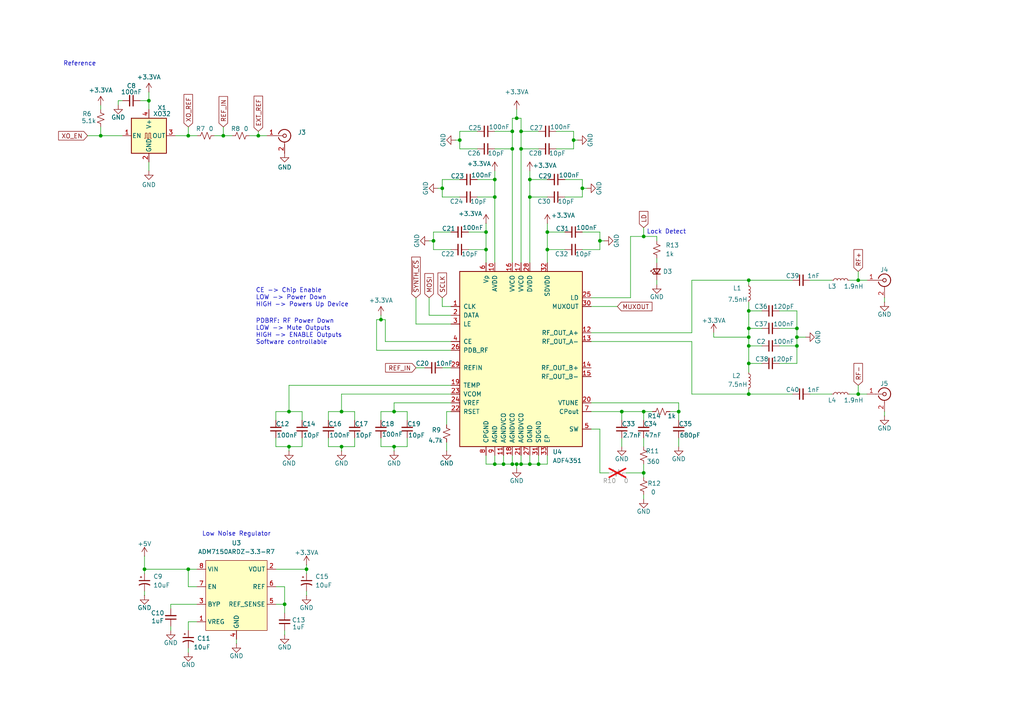
<source format=kicad_sch>
(kicad_sch (version 20231120) (generator "eeschema") (generator_version "8.0")
  (paper "A4")
  (lib_symbols
    (symbol "Connector:Conn_Coaxial" (pin_names (offset 1.016) hide)
      (property "Reference" "J" (at 0.254 3.048 0))
      (property "Value" "Conn_Coaxial" (at 2.921 0 90))
      (symbol "Conn_Coaxial_0_1"
        (arc (start -1.778 -0.508) (mid 0.2311 -1.8066) (end 1.778 0) (stroke (width 0.254)))
        (polyline (pts (xy -2.54 0) (xy -0.508 0)))
        (polyline (pts (xy 0 -2.54) (xy 0 -1.778)))
        (circle (center 0 0) (radius 0.508) (stroke (width 0.2032)))
        (arc (start 1.778 0) (mid 0.2099 1.8101) (end -1.778 0.508) (stroke (width 0.254)))
      )
      (symbol "Conn_Coaxial_1_1"
        (pin passive line (at -5.08 0 0) (length 2.54) (name "In") (number "1"))
        (pin passive line (at 0 -5.08 90) (length 2.54) (name "Ext") (number "2"))
      )
    )
    (symbol "Device:C_Polarized_Small_US" (pin_numbers hide) (pin_names (offset 0.254) hide)
      (property "Reference" "C" (at 0.254 1.778 0))
      (property "Value" "C_Polarized_Small_US" (at 0.254 -2.032 0))
      (symbol "C_Polarized_Small_US_0_1"
        (polyline (pts (xy -1.524 0.508) (xy 1.524 0.508)) (stroke (width 0.3048)))
        (polyline (pts (xy -1.27 1.524) (xy -0.762 1.524)))
        (polyline (pts (xy -1.016 1.27) (xy -1.016 1.778)))
        (arc (start 1.524 -0.762) (mid 0 -0.3734) (end -1.524 -0.762) (stroke (width 0.3048)))
      )
      (symbol "C_Polarized_Small_US_1_1"
        (pin passive line (at 0 2.54 270) (length 2.032) (name "~") (number "1"))
        (pin passive line (at 0 -2.54 90) (length 2.032) (name "~") (number "2"))
      )
    )
    (symbol "Device:C_Small" (pin_numbers hide) (pin_names (offset 0.254) hide)
      (property "Reference" "C" (at 0.254 1.778 0))
      (property "Value" "C_Small" (at 0.254 -2.032 0))
      (symbol "C_Small_0_1"
        (polyline (pts (xy -1.524 -0.508) (xy 1.524 -0.508)) (stroke (width 0.3302)))
        (polyline (pts (xy -1.524 0.508) (xy 1.524 0.508)) (stroke (width 0.3048)))
      )
      (symbol "C_Small_1_1"
        (pin passive line (at 0 2.54 270) (length 2.032) (name "~") (number "1"))
        (pin passive line (at 0 -2.54 90) (length 2.032) (name "~") (number "2"))
      )
    )
    (symbol "Device:LED_Small" (pin_numbers hide) (pin_names (offset 0.254) hide)
      (property "Reference" "D" (at -1.27 3.175 0))
      (property "Value" "LED_Small" (at -4.445 -2.54 0))
      (symbol "LED_Small_0_1"
        (polyline (pts (xy -0.762 -1.016) (xy -0.762 1.016)) (stroke (width 0.254)))
        (polyline (pts (xy 1.016 0) (xy -0.762 0)))
        (polyline (pts (xy 0.762 -1.016) (xy -0.762 0) (xy 0.762 1.016) (xy 0.762 -1.016)) (stroke (width 0.254)))
        (polyline (pts (xy 0 0.762) (xy -0.508 1.27) (xy -0.254 1.27) (xy -0.508 1.27) (xy -0.508 1.016)))
        (polyline (pts (xy 0.508 1.27) (xy 0 1.778) (xy 0.254 1.778) (xy 0 1.778) (xy 0 1.524)))
      )
      (symbol "LED_Small_1_1"
        (pin passive line (at -2.54 0 0) (length 1.778) (name "K") (number "1"))
        (pin passive line (at 2.54 0 180) (length 1.778) (name "A") (number "2"))
      )
    )
    (symbol "Device:L_Small" (pin_numbers hide) (pin_names (offset 0.254) hide)
      (property "Reference" "L" (at 0.762 1.016 0))
      (property "Value" "L_Small" (at 0.762 -1.016 0))
      (symbol "L_Small_0_1"
        (arc (start 0 -2.032) (mid 0.5058 -1.524) (end 0 -1.016))
        (arc (start 0 -1.016) (mid 0.5058 -0.508) (end 0 0))
        (arc (start 0 0) (mid 0.5058 0.508) (end 0 1.016))
        (arc (start 0 1.016) (mid 0.5058 1.524) (end 0 2.032))
      )
      (symbol "L_Small_1_1"
        (pin passive line (at 0 2.54 270) (length 0.508) (name "~") (number "1"))
        (pin passive line (at 0 -2.54 90) (length 0.508) (name "~") (number "2"))
      )
    )
    (symbol "Device:R_Small_US" (pin_numbers hide) (pin_names (offset 0.254) hide)
      (property "Reference" "R" (at 0.762 0.508 0))
      (property "Value" "R_Small_US" (at 0.762 -1.016 0))
      (symbol "R_Small_US_1_1"
        (polyline (pts (xy 0 0) (xy 1.016 -0.381) (xy 0 -0.762) (xy -1.016 -1.143) (xy 0 -1.524)))
        (polyline (pts (xy 0 1.524) (xy 1.016 1.143) (xy 0 0.762) (xy -1.016 0.381) (xy 0 0)))
        (pin passive line (at 0 2.54 270) (length 1.016) (name "~") (number "1"))
        (pin passive line (at 0 -2.54 90) (length 1.016) (name "~") (number "2"))
      )
    )
    (symbol "Oscillator:XO32" (pin_names (offset 0.254))
      (property "Reference" "X" (at -5.08 6.35 0))
      (property "Value" "XO32" (at 1.27 -6.35 0))
      (symbol "XO32_0_1"
        (rectangle (start -5.08 5.08) (end 5.08 -5.08) (stroke (width 0.254)) (fill (type background)))
        (polyline (pts (xy -1.27 -0.762) (xy -1.016 -0.762) (xy -1.016 0.762) (xy -0.508 0.762) (xy -0.508 -0.762) (xy 0 -0.762) (xy 0 0.762) (xy 0.508 0.762) (xy 0.508 -0.762) (xy 0.762 -0.762)))
      )
      (symbol "XO32_1_1"
        (pin input line (at -7.62 0 0) (length 2.54) (name "EN") (number "1"))
        (pin power_in line (at 0 -7.62 90) (length 2.54) (name "GND") (number "2"))
        (pin output line (at 7.62 0 180) (length 2.54) (name "OUT") (number "3"))
        (pin power_in line (at 0 7.62 270) (length 2.54) (name "V+") (number "4"))
      )
    )
    (symbol "Timer_PLL:ADF4351" (pin_names (offset 1.016))
      (property "Reference" "U" (at 0 1.27 0))
      (property "Value" "ADF4351" (at 0 -1.27 0))
      (symbol "ADF4351_0_1"
        (rectangle (start 17.78 25.4) (end -17.78 -25.4) (stroke (width 0.254)) (fill (type background)))
      )
      (symbol "ADF4351_1_1"
        (pin input line (at -20.32 15.24 0) (length 2.54) (name "CLK") (number "1"))
        (pin power_in line (at -7.62 27.94 270) (length 2.54) (name "AVDD") (number "10"))
        (pin power_in line (at -5.08 -27.94 90) (length 2.54) (name "AGNDVCO") (number "11"))
        (pin output line (at 20.32 7.62 180) (length 2.54) (name "RF_OUT_A+") (number "12"))
        (pin output line (at 20.32 5.08 180) (length 2.54) (name "RF_OUT_A-") (number "13"))
        (pin output line (at 20.32 -2.54 180) (length 2.54) (name "RF_OUT_B+") (number "14"))
        (pin output line (at 20.32 -5.08 180) (length 2.54) (name "RF_OUT_B-") (number "15"))
        (pin power_in line (at -2.54 27.94 270) (length 2.54) (name "VVCO") (number "16"))
        (pin power_in line (at 0 27.94 270) (length 2.54) (name "VVCO") (number "17"))
        (pin power_in line (at -2.54 -27.94 90) (length 2.54) (name "AGNDVCO") (number "18"))
        (pin input line (at -20.32 -7.62 0) (length 2.54) (name "TEMP") (number "19"))
        (pin input line (at -20.32 12.7 0) (length 2.54) (name "DATA") (number "2"))
        (pin input line (at 20.32 -12.7 180) (length 2.54) (name "VTUNE") (number "20"))
        (pin power_in line (at 0 -27.94 90) (length 2.54) (name "AGNDVCO") (number "21"))
        (pin input line (at -20.32 -15.24 0) (length 2.54) (name "RSET") (number "22"))
        (pin input line (at -20.32 -10.16 0) (length 2.54) (name "VCOM") (number "23"))
        (pin input line (at -20.32 -12.7 0) (length 2.54) (name "VREF") (number "24"))
        (pin input line (at 20.32 17.78 180) (length 2.54) (name "LD") (number "25"))
        (pin input line (at -20.32 2.54 0) (length 2.54) (name "PDB_RF") (number "26"))
        (pin power_in line (at 2.54 -27.94 90) (length 2.54) (name "DGND") (number "27"))
        (pin power_in line (at 2.54 27.94 270) (length 2.54) (name "DVDD") (number "28"))
        (pin input line (at -20.32 -2.54 0) (length 2.54) (name "REFIN") (number "29"))
        (pin input line (at -20.32 10.16 0) (length 2.54) (name "LE") (number "3"))
        (pin output line (at 20.32 15.24 180) (length 2.54) (name "MUXOUT") (number "30"))
        (pin power_in line (at 5.08 -27.94 90) (length 2.54) (name "SDGND") (number "31"))
        (pin power_in line (at 7.62 27.94 270) (length 2.54) (name "SDVDD") (number "32"))
        (pin power_in line (at 7.62 -27.94 90) (length 2.54) (name "EP") (number "33"))
        (pin input line (at -20.32 5.08 0) (length 2.54) (name "CE") (number "4"))
        (pin input line (at 20.32 -20.32 180) (length 2.54) (name "SW") (number "5"))
        (pin power_in line (at -10.16 27.94 270) (length 2.54) (name "Vp") (number "6"))
        (pin input line (at 20.32 -15.24 180) (length 2.54) (name "CPout") (number "7"))
        (pin power_in line (at -10.16 -27.94 90) (length 2.54) (name "CPGND") (number "8"))
        (pin power_in line (at -7.62 -27.94 90) (length 2.54) (name "AGND") (number "9"))
      )
    )
    (symbol "_tim-DC_DC:ADM7150ARDZ-3.3-R7"
      (property "Reference" "U" (at -5.08 11.43 0))
      (property "Value" "ADM7150ARDZ-3.3-R7" (at 9.652 11.938 0))
      (symbol "ADM7150ARDZ-3.3-R7_0_1"
        (rectangle (start -8.89 10.16) (end 8.89 -10.16) (fill (type background)))
      )
      (symbol "ADM7150ARDZ-3.3-R7_1_1"
        (pin output line (at -11.43 -7.62 0) (length 2.54) (name "VREG") (number "1"))
        (pin output line (at 11.43 7.62 180) (length 2.54) (name "VOUT") (number "2"))
        (pin output line (at -11.43 -2.54 0) (length 2.54) (name "BYP") (number "3"))
        (pin output line (at 0 -12.7 90) (length 2.54) (name "GND") (number "4"))
        (pin output line (at 11.43 -2.54 180) (length 2.54) (name "REF_SENSE") (number "5"))
        (pin output line (at 11.43 2.54 180) (length 2.54) (name "REF") (number "6"))
        (pin output line (at -11.43 2.54 0) (length 2.54) (name "EN") (number "7"))
        (pin output line (at -11.43 7.62 0) (length 2.54) (name "VIN") (number "8"))
        (pin output line (at 0 -12.7 90) (length 2.54) hide (name "EP") (number "9"))
      )
    )
    (symbol "power:+3.3VA" (power) (pin_numbers hide) (pin_names (offset 0) hide)
      (property "Value" "+3.3VA" (at 0 3.556 0))
      (symbol "+3.3VA_0_1"
        (polyline (pts (xy -0.762 1.27) (xy 0 2.54)))
        (polyline (pts (xy 0 0) (xy 0 2.54)))
        (polyline (pts (xy 0 2.54) (xy 0.762 1.27)))
      )
      (symbol "+3.3VA_1_1"
        (pin power_in line (at 0 0 90) (length 0) (name "~") (number "1"))
      )
    )
    (symbol "power:+5V" (power) (pin_numbers hide) (pin_names (offset 0) hide)
      (property "Value" "+5V" (at 0 3.556 0))
      (symbol "+5V_0_1"
        (polyline (pts (xy -0.762 1.27) (xy 0 2.54)))
        (polyline (pts (xy 0 0) (xy 0 2.54)))
        (polyline (pts (xy 0 2.54) (xy 0.762 1.27)))
      )
      (symbol "+5V_1_1"
        (pin power_in line (at 0 0 90) (length 0) (name "~") (number "1"))
      )
    )
    (symbol "power:GND" (power) (pin_numbers hide) (pin_names (offset 0) hide)
      (property "Value" "GND" (at 0 -3.81 0))
      (symbol "GND_0_1"
        (polyline (pts (xy 0 0) (xy 0 -1.27) (xy 1.27 -1.27) (xy 0 -2.54) (xy -1.27 -1.27) (xy 0 -1.27)))
      )
      (symbol "GND_1_1"
        (pin power_in line (at 0 0 270) (length 0) (name "~") (number "1"))
      )
    )
  )
  (junction (at 156.21 134.62))
  (junction (at 149.86 34.29))
  (junction (at 186.69 137.16))
  (junction (at 140.97 72.39))
  (junction (at 151.13 134.62))
  (junction (at 148.59 43.18))
  (junction (at 83.82 119.38))
  (junction (at 217.17 95.25))
  (junction (at 54.61 39.37))
  (junction (at 180.34 119.38))
  (junction (at 54.61 165.1))
  (junction (at 248.92 81.28))
  (junction (at 29.21 39.37))
  (junction (at 166.37 40.64))
  (junction (at 217.17 81.28))
  (junction (at 153.67 57.15))
  (junction (at 143.51 57.15))
  (junction (at 140.97 67.31))
  (junction (at 82.55 175.26))
  (junction (at 153.67 134.62))
  (junction (at 64.77 39.37))
  (junction (at 231.14 97.79))
  (junction (at 146.05 134.62))
  (junction (at 248.92 114.3))
  (junction (at 217.17 100.33))
  (junction (at 149.86 134.62))
  (junction (at 88.9 165.1))
  (junction (at 231.14 95.25))
  (junction (at 114.3 119.38))
  (junction (at 125.73 69.85))
  (junction (at 99.06 129.54))
  (junction (at 114.3 129.54))
  (junction (at 43.18 29.21))
  (junction (at 110.49 92.71))
  (junction (at 151.13 43.18))
  (junction (at 196.85 119.38))
  (junction (at 168.91 54.61))
  (junction (at 186.69 68.58))
  (junction (at 186.69 119.38))
  (junction (at 158.75 72.39))
  (junction (at 128.27 54.61))
  (junction (at 133.35 40.64))
  (junction (at 217.17 90.17))
  (junction (at 143.51 52.07))
  (junction (at 148.59 134.62))
  (junction (at 217.17 97.79))
  (junction (at 217.17 105.41))
  (junction (at 74.93 39.37))
  (junction (at 41.91 165.1))
  (junction (at 153.67 52.07))
  (junction (at 83.82 129.54))
  (junction (at 231.14 100.33))
  (junction (at 148.59 38.1))
  (junction (at 158.75 67.31))
  (junction (at 173.99 69.85))
  (junction (at 151.13 38.1))
  (junction (at 99.06 119.38))
  (junction (at 143.51 134.62))
  (junction (at 217.17 114.3))
  (wire (pts (xy 111.76 99.06) (xy 130.81 99.06)))
  (wire (pts (xy 256.54 119.38) (xy 256.54 120.65)))
  (wire (pts (xy 114.3 119.38) (xy 114.3 116.84)))
  (wire (pts (xy 83.82 119.38) (xy 87.63 119.38)))
  (wire (pts (xy 120.65 93.98) (xy 120.65 86.36)))
  (wire (pts (xy 231.14 90.17) (xy 226.06 90.17)))
  (wire (pts (xy 49.53 181.61) (xy 49.53 182.88)))
  (wire (pts (xy 156.21 43.18) (xy 151.13 43.18)))
  (wire (pts (xy 200.66 114.3) (xy 217.17 114.3)))
  (wire (pts (xy 88.9 163.83) (xy 88.9 165.1)))
  (wire (pts (xy 248.92 111.76) (xy 248.92 114.3)))
  (wire (pts (xy 146.05 134.62) (xy 148.59 134.62)))
  (wire (pts (xy 217.17 82.55) (xy 217.17 81.28)))
  (wire (pts (xy 231.14 95.25) (xy 231.14 97.79)))
  (wire (pts (xy 182.88 68.58) (xy 182.88 86.36)))
  (wire (pts (xy 41.91 165.1) (xy 41.91 166.37)))
  (wire (pts (xy 128.27 52.07) (xy 128.27 54.61)))
  (wire (pts (xy 149.86 34.29) (xy 149.86 31.75)))
  (wire (pts (xy 153.67 52.07) (xy 153.67 57.15)))
  (wire (pts (xy 190.5 69.85) (xy 190.5 68.58)))
  (wire (pts (xy 74.93 38.1) (xy 74.93 39.37)))
  (wire (pts (xy 182.88 86.36) (xy 171.45 86.36)))
  (wire (pts (xy 133.35 38.1) (xy 138.43 38.1)))
  (wire (pts (xy 88.9 171.45) (xy 88.9 172.72)))
  (wire (pts (xy 158.75 72.39) (xy 158.75 76.2)))
  (wire (pts (xy 129.54 128.27) (xy 129.54 130.81)))
  (wire (pts (xy 186.69 127) (xy 186.69 129.54)))
  (wire (pts (xy 200.66 99.06) (xy 200.66 114.3)))
  (wire (pts (xy 49.53 175.26) (xy 57.15 175.26)))
  (wire (pts (xy 151.13 132.08) (xy 151.13 134.62)))
  (wire (pts (xy 181.61 137.16) (xy 186.69 137.16)))
  (wire (pts (xy 226.06 95.25) (xy 231.14 95.25)))
  (wire (pts (xy 153.67 132.08) (xy 153.67 134.62)))
  (wire (pts (xy 148.59 134.62) (xy 149.86 134.62)))
  (wire (pts (xy 186.69 134.62) (xy 186.69 137.16)))
  (wire (pts (xy 173.99 72.39) (xy 173.99 69.85)))
  (wire (pts (xy 49.53 176.53) (xy 49.53 175.26)))
  (wire (pts (xy 166.37 43.18) (xy 161.29 43.18)))
  (wire (pts (xy 43.18 46.99) (xy 43.18 49.53)))
  (wire (pts (xy 54.61 187.96) (xy 54.61 189.23)))
  (wire (pts (xy 217.17 107.95) (xy 217.17 105.41)))
  (wire (pts (xy 194.31 119.38) (xy 196.85 119.38)))
  (wire (pts (xy 128.27 52.07) (xy 133.35 52.07)))
  (wire (pts (xy 110.49 121.92) (xy 110.49 119.38)))
  (wire (pts (xy 109.22 101.6) (xy 130.81 101.6)))
  (wire (pts (xy 95.25 127) (xy 95.25 129.54)))
  (wire (pts (xy 130.81 88.9) (xy 128.27 88.9)))
  (wire (pts (xy 125.73 72.39) (xy 125.73 69.85)))
  (wire (pts (xy 143.51 134.62) (xy 146.05 134.62)))
  (wire (pts (xy 246.38 114.3) (xy 248.92 114.3)))
  (wire (pts (xy 168.91 52.07) (xy 163.83 52.07)))
  (wire (pts (xy 168.91 57.15) (xy 163.83 57.15)))
  (wire (pts (xy 25.4 39.37) (xy 29.21 39.37)))
  (wire (pts (xy 151.13 34.29) (xy 149.86 34.29)))
  (wire (pts (xy 118.11 121.92) (xy 118.11 119.38)))
  (wire (pts (xy 140.97 132.08) (xy 140.97 134.62)))
  (wire (pts (xy 80.01 127) (xy 80.01 129.54)))
  (wire (pts (xy 124.46 91.44) (xy 124.46 86.36)))
  (wire (pts (xy 82.55 184.15) (xy 82.55 182.88)))
  (wire (pts (xy 124.46 69.85) (xy 125.73 69.85)))
  (wire (pts (xy 186.69 119.38) (xy 186.69 121.92)))
  (wire (pts (xy 110.49 127) (xy 110.49 129.54)))
  (wire (pts (xy 118.11 127) (xy 118.11 129.54)))
  (wire (pts (xy 82.55 175.26) (xy 80.01 175.26)))
  (wire (pts (xy 217.17 100.33) (xy 220.98 100.33)))
  (wire (pts (xy 95.25 119.38) (xy 99.06 119.38)))
  (wire (pts (xy 158.75 57.15) (xy 153.67 57.15)))
  (wire (pts (xy 88.9 165.1) (xy 80.01 165.1)))
  (wire (pts (xy 217.17 114.3) (xy 229.87 114.3)))
  (wire (pts (xy 196.85 119.38) (xy 196.85 121.92)))
  (wire (pts (xy 186.69 137.16) (xy 186.69 138.43)))
  (wire (pts (xy 143.51 49.53) (xy 143.51 52.07)))
  (wire (pts (xy 186.69 66.04) (xy 186.69 68.58)))
  (wire (pts (xy 110.49 119.38) (xy 114.3 119.38)))
  (wire (pts (xy 34.29 29.21) (xy 35.56 29.21)))
  (wire (pts (xy 87.63 127) (xy 87.63 129.54)))
  (wire (pts (xy 173.99 67.31) (xy 168.91 67.31)))
  (wire (pts (xy 125.73 67.31) (xy 130.81 67.31)))
  (wire (pts (xy 167.64 40.64) (xy 166.37 40.64)))
  (wire (pts (xy 166.37 38.1) (xy 161.29 38.1)))
  (wire (pts (xy 99.06 129.54) (xy 99.06 130.81)))
  (wire (pts (xy 171.45 119.38) (xy 180.34 119.38)))
  (wire (pts (xy 256.54 86.36) (xy 256.54 87.63)))
  (wire (pts (xy 168.91 57.15) (xy 168.91 54.61)))
  (wire (pts (xy 95.25 129.54) (xy 99.06 129.54)))
  (wire (pts (xy 83.82 111.76) (xy 83.82 119.38)))
  (wire (pts (xy 182.88 68.58) (xy 186.69 68.58)))
  (wire (pts (xy 148.59 132.08) (xy 148.59 134.62)))
  (wire (pts (xy 83.82 111.76) (xy 130.81 111.76)))
  (wire (pts (xy 88.9 166.37) (xy 88.9 165.1)))
  (wire (pts (xy 148.59 34.29) (xy 149.86 34.29)))
  (wire (pts (xy 140.97 72.39) (xy 140.97 76.2)))
  (wire (pts (xy 226.06 100.33) (xy 231.14 100.33)))
  (wire (pts (xy 231.14 97.79) (xy 233.68 97.79)))
  (wire (pts (xy 99.06 119.38) (xy 102.87 119.38)))
  (wire (pts (xy 110.49 91.44) (xy 110.49 92.71)))
  (wire (pts (xy 171.45 88.9) (xy 179.07 88.9)))
  (wire (pts (xy 217.17 95.25) (xy 217.17 97.79)))
  (wire (pts (xy 133.35 38.1) (xy 133.35 40.64)))
  (wire (pts (xy 95.25 121.92) (xy 95.25 119.38)))
  (wire (pts (xy 128.27 106.68) (xy 130.81 106.68)))
  (wire (pts (xy 217.17 90.17) (xy 217.17 95.25)))
  (wire (pts (xy 29.21 39.37) (xy 35.56 39.37)))
  (wire (pts (xy 54.61 39.37) (xy 57.15 39.37)))
  (wire (pts (xy 127 54.61) (xy 128.27 54.61)))
  (wire (pts (xy 114.3 119.38) (xy 118.11 119.38)))
  (wire (pts (xy 207.01 97.79) (xy 217.17 97.79)))
  (wire (pts (xy 158.75 64.77) (xy 158.75 67.31)))
  (wire (pts (xy 43.18 29.21) (xy 43.18 31.75)))
  (wire (pts (xy 180.34 119.38) (xy 180.34 121.92)))
  (wire (pts (xy 158.75 67.31) (xy 158.75 72.39)))
  (wire (pts (xy 80.01 121.92) (xy 80.01 119.38)))
  (wire (pts (xy 29.21 30.48) (xy 29.21 31.75)))
  (wire (pts (xy 64.77 39.37) (xy 67.31 39.37)))
  (wire (pts (xy 64.77 36.83) (xy 64.77 39.37)))
  (wire (pts (xy 151.13 134.62) (xy 153.67 134.62)))
  (wire (pts (xy 146.05 132.08) (xy 146.05 134.62)))
  (wire (pts (xy 99.06 114.3) (xy 130.81 114.3)))
  (wire (pts (xy 168.91 52.07) (xy 168.91 54.61)))
  (wire (pts (xy 234.95 81.28) (xy 241.3 81.28)))
  (wire (pts (xy 133.35 43.18) (xy 138.43 43.18)))
  (wire (pts (xy 153.67 52.07) (xy 158.75 52.07)))
  (wire (pts (xy 170.18 54.61) (xy 168.91 54.61)))
  (wire (pts (xy 200.66 81.28) (xy 200.66 96.52)))
  (wire (pts (xy 111.76 92.71) (xy 111.76 99.06)))
  (wire (pts (xy 151.13 43.18) (xy 151.13 76.2)))
  (wire (pts (xy 231.14 105.41) (xy 231.14 100.33)))
  (wire (pts (xy 248.92 114.3) (xy 251.46 114.3)))
  (wire (pts (xy 151.13 38.1) (xy 156.21 38.1)))
  (wire (pts (xy 130.81 91.44) (xy 124.46 91.44)))
  (wire (pts (xy 82.55 170.18) (xy 82.55 175.26)))
  (wire (pts (xy 54.61 180.34) (xy 57.15 180.34)))
  (wire (pts (xy 156.21 132.08) (xy 156.21 134.62)))
  (wire (pts (xy 226.06 105.41) (xy 231.14 105.41)))
  (wire (pts (xy 151.13 34.29) (xy 151.13 38.1)))
  (wire (pts (xy 64.77 39.37) (xy 62.23 39.37)))
  (wire (pts (xy 54.61 36.83) (xy 54.61 39.37)))
  (wire (pts (xy 138.43 52.07) (xy 143.51 52.07)))
  (wire (pts (xy 129.54 119.38) (xy 129.54 123.19)))
  (wire (pts (xy 114.3 116.84) (xy 130.81 116.84)))
  (wire (pts (xy 186.69 68.58) (xy 190.5 68.58)))
  (wire (pts (xy 217.17 100.33) (xy 217.17 105.41)))
  (wire (pts (xy 114.3 129.54) (xy 118.11 129.54)))
  (wire (pts (xy 156.21 134.62) (xy 158.75 134.62)))
  (wire (pts (xy 143.51 38.1) (xy 148.59 38.1)))
  (wire (pts (xy 133.35 43.18) (xy 133.35 40.64)))
  (wire (pts (xy 175.26 69.85) (xy 173.99 69.85)))
  (wire (pts (xy 41.91 161.29) (xy 41.91 165.1)))
  (wire (pts (xy 128.27 57.15) (xy 128.27 54.61)))
  (wire (pts (xy 102.87 127) (xy 102.87 129.54)))
  (wire (pts (xy 83.82 129.54) (xy 83.82 130.81)))
  (wire (pts (xy 163.83 72.39) (xy 158.75 72.39)))
  (wire (pts (xy 151.13 38.1) (xy 151.13 43.18)))
  (wire (pts (xy 166.37 38.1) (xy 166.37 40.64)))
  (wire (pts (xy 140.97 67.31) (xy 140.97 72.39)))
  (wire (pts (xy 54.61 170.18) (xy 54.61 165.1)))
  (wire (pts (xy 149.86 134.62) (xy 149.86 135.89)))
  (wire (pts (xy 129.54 119.38) (xy 130.81 119.38)))
  (wire (pts (xy 99.06 114.3) (xy 99.06 119.38)))
  (wire (pts (xy 200.66 96.52) (xy 171.45 96.52)))
  (wire (pts (xy 231.14 90.17) (xy 231.14 95.25)))
  (wire (pts (xy 158.75 134.62) (xy 158.75 132.08)))
  (wire (pts (xy 148.59 43.18) (xy 143.51 43.18)))
  (wire (pts (xy 190.5 74.93) (xy 190.5 76.2)))
  (wire (pts (xy 143.51 57.15) (xy 143.51 76.2)))
  (wire (pts (xy 148.59 43.18) (xy 148.59 76.2)))
  (wire (pts (xy 143.51 57.15) (xy 138.43 57.15)))
  (wire (pts (xy 83.82 129.54) (xy 87.63 129.54)))
  (wire (pts (xy 29.21 36.83) (xy 29.21 39.37)))
  (wire (pts (xy 87.63 121.92) (xy 87.63 119.38)))
  (wire (pts (xy 40.64 29.21) (xy 43.18 29.21)))
  (wire (pts (xy 217.17 90.17) (xy 220.98 90.17)))
  (wire (pts (xy 217.17 97.79) (xy 217.17 100.33)))
  (wire (pts (xy 166.37 43.18) (xy 166.37 40.64)))
  (wire (pts (xy 120.65 93.98) (xy 130.81 93.98)))
  (wire (pts (xy 186.69 144.78) (xy 186.69 143.51)))
  (wire (pts (xy 153.67 49.53) (xy 153.67 52.07)))
  (wire (pts (xy 248.92 81.28) (xy 246.38 81.28)))
  (wire (pts (xy 110.49 129.54) (xy 114.3 129.54)))
  (wire (pts (xy 132.08 40.64) (xy 133.35 40.64)))
  (wire (pts (xy 153.67 134.62) (xy 156.21 134.62)))
  (wire (pts (xy 196.85 116.84) (xy 196.85 119.38)))
  (wire (pts (xy 217.17 87.63) (xy 217.17 90.17)))
  (wire (pts (xy 180.34 119.38) (xy 186.69 119.38)))
  (wire (pts (xy 196.85 127) (xy 196.85 129.54)))
  (wire (pts (xy 158.75 67.31) (xy 163.83 67.31)))
  (wire (pts (xy 57.15 170.18) (xy 54.61 170.18)))
  (wire (pts (xy 149.86 134.62) (xy 151.13 134.62)))
  (wire (pts (xy 140.97 134.62) (xy 143.51 134.62)))
  (wire (pts (xy 173.99 124.46) (xy 173.99 137.16)))
  (wire (pts (xy 102.87 121.92) (xy 102.87 119.38)))
  (wire (pts (xy 80.01 119.38) (xy 83.82 119.38)))
  (wire (pts (xy 128.27 88.9) (xy 128.27 86.36)))
  (wire (pts (xy 114.3 129.54) (xy 114.3 130.81)))
  (wire (pts (xy 217.17 105.41) (xy 220.98 105.41)))
  (wire (pts (xy 248.92 81.28) (xy 251.46 81.28)))
  (wire (pts (xy 153.67 57.15) (xy 153.67 76.2)))
  (wire (pts (xy 125.73 72.39) (xy 130.81 72.39)))
  (wire (pts (xy 128.27 57.15) (xy 133.35 57.15)))
  (wire (pts (xy 34.29 30.48) (xy 34.29 29.21)))
  (wire (pts (xy 80.01 170.18) (xy 82.55 170.18)))
  (wire (pts (xy 54.61 165.1) (xy 57.15 165.1)))
  (wire (pts (xy 43.18 26.67) (xy 43.18 29.21)))
  (wire (pts (xy 68.58 185.42) (xy 68.58 186.69)))
  (wire (pts (xy 234.95 114.3) (xy 241.3 114.3)))
  (wire (pts (xy 140.97 72.39) (xy 135.89 72.39)))
  (wire (pts (xy 80.01 129.54) (xy 83.82 129.54)))
  (wire (pts (xy 173.99 67.31) (xy 173.99 69.85)))
  (wire (pts (xy 217.17 81.28) (xy 229.87 81.28)))
  (wire (pts (xy 109.22 92.71) (xy 110.49 92.71)))
  (wire (pts (xy 231.14 97.79) (xy 231.14 100.33)))
  (wire (pts (xy 54.61 182.88) (xy 54.61 180.34)))
  (wire (pts (xy 143.51 52.07) (xy 143.51 57.15)))
  (wire (pts (xy 72.39 39.37) (xy 74.93 39.37)))
  (wire (pts (xy 173.99 137.16) (xy 176.53 137.16)))
  (wire (pts (xy 125.73 67.31) (xy 125.73 69.85)))
  (wire (pts (xy 200.66 81.28) (xy 217.17 81.28)))
  (wire (pts (xy 140.97 64.77) (xy 140.97 67.31)))
  (wire (pts (xy 217.17 113.03) (xy 217.17 114.3)))
  (wire (pts (xy 180.34 127) (xy 180.34 129.54)))
  (wire (pts (xy 173.99 72.39) (xy 168.91 72.39)))
  (wire (pts (xy 171.45 116.84) (xy 196.85 116.84)))
  (wire (pts (xy 173.99 124.46) (xy 171.45 124.46)))
  (wire (pts (xy 248.92 78.74) (xy 248.92 81.28)))
  (wire (pts (xy 186.69 119.38) (xy 189.23 119.38)))
  (wire (pts (xy 110.49 92.71) (xy 111.76 92.71)))
  (wire (pts (xy 82.55 177.8) (xy 82.55 175.26)))
  (wire (pts (xy 143.51 132.08) (xy 143.51 134.62)))
  (wire (pts (xy 41.91 165.1) (xy 54.61 165.1)))
  (wire (pts (xy 74.93 39.37) (xy 77.47 39.37)))
  (wire (pts (xy 135.89 67.31) (xy 140.97 67.31)))
  (wire (pts (xy 148.59 34.29) (xy 148.59 38.1)))
  (wire (pts (xy 109.22 92.71) (xy 109.22 101.6)))
  (wire (pts (xy 41.91 172.72) (xy 41.91 171.45)))
  (wire (pts (xy 99.06 129.54) (xy 102.87 129.54)))
  (wire (pts (xy 171.45 99.06) (xy 200.66 99.06)))
  (wire (pts (xy 54.61 39.37) (xy 50.8 39.37)))
  (wire (pts (xy 207.01 96.52) (xy 207.01 97.79)))
  (wire (pts (xy 190.5 81.28) (xy 190.5 82.55)))
  (wire (pts (xy 120.65 106.68) (xy 123.19 106.68)))
  (wire (pts (xy 220.98 95.25) (xy 217.17 95.25)))
  (wire (pts (xy 148.59 38.1) (xy 148.59 43.18)))
  (text "Reference" (at 23.114 18.542 0) (effects (font (size 1.27 1.27))))
  (text "CE -> Chip Enable\nLOW -> Power Down\nHIGH -> Powers Up Device" (at 74.168 86.36 0) (effects (font (size 1.27 1.27)) (justify left)))
  (text "Low Noise Regulator" (at 68.58 154.94 0) (effects (font (size 1.27 1.27))))
  (text "PDBRF: RF Power Down\nLOW -> Mute Outputs\nHIGH -> ENABLE Outputs\nSoftware controllable" (at 74.168 96.266 0) (effects (font (size 1.27 1.27)) (justify left)))
  (text "Lock Detect" (at 193.294 67.31 0) (effects (font (size 1.27 1.27))))
  (global_label "XO_EN" (shape input) (at 25.4 39.37 180) (property "Intersheetrefs" "${INTERSHEET_REFS}" (effects (hide yes))))
  (global_label "MUXOUT" (shape input) (at 179.07 88.9 0) (property "Intersheetrefs" "${INTERSHEET_REFS}" (effects (hide yes))))
  (global_label "LD" (shape input) (at 186.69 66.04 90) (property "Intersheetrefs" "${INTERSHEET_REFS}" (effects (hide yes))))
  (global_label "~{SYNTH_CS}" (shape input) (at 120.65 86.36 90) (property "Intersheetrefs" "${INTERSHEET_REFS}" (effects (hide yes))))
  (global_label "MOSI" (shape input) (at 124.46 86.36 90) (property "Intersheetrefs" "${INTERSHEET_REFS}" (effects (hide yes))))
  (global_label "REF_IN" (shape input) (at 64.77 36.83 90) (property "Intersheetrefs" "${INTERSHEET_REFS}" (effects (hide yes))))
  (global_label "RF+" (shape input) (at 248.92 78.74 90) (property "Intersheetrefs" "${INTERSHEET_REFS}" (effects (hide yes))))
  (global_label "EXT_REF" (shape input) (at 74.93 38.1 90) (property "Intersheetrefs" "${INTERSHEET_REFS}" (effects (hide yes))))
  (global_label "XO_REF" (shape input) (at 54.61 36.83 90) (property "Intersheetrefs" "${INTERSHEET_REFS}" (effects (hide yes))))
  (global_label "REF_IN" (shape input) (at 120.65 106.68 180) (property "Intersheetrefs" "${INTERSHEET_REFS}" (effects (hide yes))))
  (global_label "RF-" (shape input) (at 248.92 111.76 90) (property "Intersheetrefs" "${INTERSHEET_REFS}" (effects (hide yes))))
  (global_label "SCLK" (shape input) (at 128.27 86.36 90) (property "Intersheetrefs" "${INTERSHEET_REFS}" (effects (hide yes))))
  (symbol (lib_id "Device:C_Small") (at 87.63 124.46 180) (unit 1)
    (property "Reference" "C14" (at 87.63 122.936 0) (effects (justify right)))
    (property "Value" "10pF" (at 87.884 126.238 0) (effects (justify right)))
    (property "Footprint" "Capacitor_SMD:C_0402_1005Metric" (effects (hide yes)))
    (property "Description" "Unpolarized capacitor, small symbol" (effects (hide yes)))
  )
  (symbol (lib_id "power:GND") (at 34.29 30.48 0) (unit 1)
    (property "Reference" "#PWR015" (effects (hide yes)))
    (property "Value" "GND" (at 34.29 34.036 0))
    (property "Description" "Power symbol creates a global label with name \"GND\" , ground" (effects (hide yes)))
  )
  (symbol (lib_id "Device:C_Small") (at 135.89 52.07 270) (unit 1)
    (property "Reference" "C23" (at 134.62 51.054 90) (effects (justify right)))
    (property "Value" "100nF" (at 142.748 50.8 90) (effects (justify right)))
    (property "Footprint" "Capacitor_SMD:C_0402_1005Metric" (effects (hide yes)))
    (property "Description" "Unpolarized capacitor, small symbol" (effects (hide yes)))
  )
  (symbol (lib_id "power:+3.3VA") (at 110.49 91.44 0) (unit 1)
    (property "Reference" "#PWR029" (effects (hide yes)))
    (property "Value" "+3.3VA" (at 110.49 87.122 0))
    (property "Description" "Power symbol creates a global label with name \"+3.3VA\"" (effects (hide yes)))
  )
  (symbol (lib_id "power:GND") (at 68.58 186.69 0) (unit 1)
    (property "Reference" "#PWR022" (effects (hide yes)))
    (property "Value" "GND" (at 68.58 190.246 0))
    (property "Description" "Power symbol creates a global label with name \"GND\" , ground" (effects (hide yes)))
  )
  (symbol (lib_id "Device:R_Small_US") (at 59.69 39.37 90) (unit 1)
    (property "Reference" "R7" (at 58.166 37.338 90))
    (property "Value" "0" (at 61.214 37.338 90))
    (property "Footprint" "Resistor_SMD:R_0603_1608Metric" (effects (hide yes)))
    (property "Description" "Resistor, small US symbol" (effects (hide yes)))
  )
  (symbol (lib_id "power:+3.3VA") (at 43.18 26.67 0) (unit 1)
    (property "Reference" "#PWR018" (effects (hide yes)))
    (property "Value" "+3.3VA" (at 43.18 22.352 0))
    (property "Description" "Power symbol creates a global label with name \"+3.3VA\"" (effects (hide yes)))
  )
  (symbol (lib_id "Device:C_Small") (at 38.1 29.21 270) (unit 1)
    (property "Reference" "C8" (at 38.1 24.892 90))
    (property "Value" "100nF" (at 38.1 26.67 90))
    (property "Footprint" "Capacitor_SMD:C_0402_1005Metric" (effects (hide yes)))
    (property "Description" "Unpolarized capacitor, small symbol" (effects (hide yes)))
  )
  (symbol (lib_id "Timer_PLL:ADF4351") (at 151.13 104.14 0) (unit 1)
    (property "Reference" "U4" (at 160.274 131.064 0) (effects (justify left)))
    (property "Value" "ADF4351" (at 160.274 133.604 0) (effects (justify left)))
    (property "Footprint" "Package_CSP:LFCSP-32-1EP_5x5mm_P0.5mm_EP3.25x3.25mm" (effects (hide yes)))
    (property "Datasheet" "https://www.analog.com/media/en/technical-documentation/data-sheets/ADF4351.pdf" (effects (hide yes)))
    (property "Description" "35-4400MHz fractional-N PLL, LFCSP-32" (effects (hide yes)))
    (property "Digikey" "505-ADF4351BCPZ-RL7CT-ND" (effects (hide yes)))
  )
  (symbol (lib_id "Device:C_Small") (at 158.75 38.1 270) (unit 1)
    (property "Reference" "C27" (at 157.48 37.084 90) (effects (justify right)))
    (property "Value" "100nF" (at 165.608 36.83 90) (effects (justify right)))
    (property "Footprint" "Capacitor_SMD:C_0402_1005Metric" (effects (hide yes)))
    (property "Description" "Unpolarized capacitor, small symbol" (effects (hide yes)))
  )
  (symbol (lib_id "Device:C_Polarized_Small_US") (at 41.91 168.91 0) (unit 1)
    (property "Reference" "C9" (at 44.45 167.2081 0) (effects (justify left)))
    (property "Value" "10uF" (at 44.45 169.7481 0) (effects (justify left)))
    (property "Footprint" "Capacitor_Tantalum_SMD:CP_EIA-3216-18_Kemet-A" (effects (hide yes)))
    (property "Description" "Polarized capacitor, small US symbol" (effects (hide yes)))
  )
  (symbol (lib_id "Device:C_Polarized_Small_US") (at 54.61 185.42 0) (unit 1)
    (property "Reference" "C11" (at 57.15 185.166 0) (effects (justify left)))
    (property "Value" "10uF" (at 56.134 187.706 0) (effects (justify left)))
    (property "Footprint" "Capacitor_Tantalum_SMD:CP_EIA-3216-18_Kemet-A" (effects (hide yes)))
    (property "Description" "Polarized capacitor, small US symbol" (effects (hide yes)))
  )
  (symbol (lib_id "Device:C_Small") (at 95.25 124.46 180) (unit 1)
    (property "Reference" "C16" (at 95.25 122.936 0) (effects (justify right)))
    (property "Value" "100nF" (at 95.504 126.238 0) (effects (justify right)))
    (property "Footprint" "Capacitor_SMD:C_0402_1005Metric" (effects (hide yes)))
    (property "Description" "Unpolarized capacitor, small symbol" (effects (hide yes)))
  )
  (symbol (lib_id "power:GND") (at 54.61 189.23 0) (unit 1)
    (property "Reference" "#PWR021" (effects (hide yes)))
    (property "Value" "GND" (at 54.61 192.786 0))
    (property "Description" "Power symbol creates a global label with name \"GND\" , ground" (effects (hide yes)))
  )
  (symbol (lib_id "Device:C_Small") (at 232.41 114.3 90) (unit 1)
    (property "Reference" "C40" (at 229.87 113.03 90))
    (property "Value" "1nF" (at 235.966 113.03 90))
    (property "Footprint" "Capacitor_SMD:C_0402_1005Metric" (effects (hide yes)))
    (property "Description" "Unpolarized capacitor, small symbol" (effects (hide yes)))
  )
  (symbol (lib_id "Device:C_Small") (at 110.49 124.46 180) (unit 1)
    (property "Reference" "C18" (at 110.49 122.936 0) (effects (justify right)))
    (property "Value" "100nF" (at 110.744 125.984 0) (effects (justify right)))
    (property "Footprint" "Capacitor_SMD:C_0402_1005Metric" (effects (hide yes)))
    (property "Description" "Unpolarized capacitor, small symbol" (effects (hide yes)))
  )
  (symbol (lib_id "Device:C_Small") (at 166.37 67.31 270) (unit 1)
    (property "Reference" "C31" (at 165.1 66.294 90) (effects (justify right)))
    (property "Value" "100nF" (at 173.228 66.04 90) (effects (justify right)))
    (property "Footprint" "Capacitor_SMD:C_0402_1005Metric" (effects (hide yes)))
    (property "Description" "Unpolarized capacitor, small symbol" (effects (hide yes)))
  )
  (symbol (lib_id "Device:C_Polarized_Small_US") (at 88.9 168.91 0) (unit 1)
    (property "Reference" "C15" (at 91.44 167.2081 0) (effects (justify left)))
    (property "Value" "10uF" (at 91.44 169.7481 0) (effects (justify left)))
    (property "Footprint" "Capacitor_Tantalum_SMD:CP_EIA-3216-18_Kemet-A" (effects (hide yes)))
    (property "Description" "Polarized capacitor, small US symbol" (effects (hide yes)))
  )
  (symbol (lib_id "power:+3.3VA") (at 153.67 49.53 0) (unit 1)
    (property "Reference" "#PWR039" (effects (hide yes)))
    (property "Value" "+3.3VA" (at 157.988 48.006 0))
    (property "Description" "Power symbol creates a global label with name \"+3.3VA\"" (effects (hide yes)))
  )
  (symbol (lib_id "Device:C_Small") (at 158.75 43.18 270) (unit 1)
    (property "Reference" "C28" (at 157.226 44.45 90) (effects (justify right)))
    (property "Value" "10pF" (at 164.084 44.45 90) (effects (justify right)))
    (property "Footprint" "Capacitor_SMD:C_0402_1005Metric" (effects (hide yes)))
    (property "Description" "Unpolarized capacitor, small symbol" (effects (hide yes)))
  )
  (symbol (lib_id "power:GND") (at 114.3 130.81 0) (unit 1)
    (property "Reference" "#PWR030" (effects (hide yes)))
    (property "Value" "GND" (at 114.3 134.366 0))
    (property "Description" "Power symbol creates a global label with name \"GND\" , ground" (effects (hide yes)))
  )
  (symbol (lib_id "power:GND") (at 129.54 130.81 0) (unit 1)
    (property "Reference" "#PWR033" (effects (hide yes)))
    (property "Value" "GND" (at 129.54 134.366 0))
    (property "Description" "Power symbol creates a global label with name \"GND\" , ground" (effects (hide yes)))
  )
  (symbol (lib_id "power:GND") (at 41.91 172.72 0) (unit 1)
    (property "Reference" "#PWR017" (effects (hide yes)))
    (property "Value" "GND" (at 41.91 176.276 0))
    (property "Description" "Power symbol creates a global label with name \"GND\" , ground" (effects (hide yes)))
  )
  (symbol (lib_id "power:GND") (at 186.69 144.78 0) (unit 1)
    (property "Reference" "#PWR045" (effects (hide yes)))
    (property "Value" "GND" (at 186.69 148.336 0))
    (property "Description" "Power symbol creates a global label with name \"GND\" , ground" (effects (hide yes)))
  )
  (symbol (lib_id "power:GND") (at 233.68 97.79 90) (unit 1)
    (property "Reference" "#PWR049" (effects (hide yes)))
    (property "Value" "GND" (at 237.236 97.79 0))
    (property "Description" "Power symbol creates a global label with name \"GND\" , ground" (effects (hide yes)))
  )
  (symbol (lib_id "Device:C_Small") (at 223.52 90.17 90) (unit 1)
    (property "Reference" "C36" (at 220.726 88.9 90))
    (property "Value" "120pF" (at 227.33 88.9 90))
    (property "Footprint" "Capacitor_SMD:C_0402_1005Metric" (effects (hide yes)))
    (property "Description" "Unpolarized capacitor, small symbol" (effects (hide yes)))
  )
  (symbol (lib_id "power:GND") (at 167.64 40.64 90) (unit 1)
    (property "Reference" "#PWR041" (effects (hide yes)))
    (property "Value" "GND" (at 171.196 40.64 0))
    (property "Description" "Power symbol creates a global label with name \"GND\" , ground" (effects (hide yes)))
  )
  (symbol (lib_id "Device:R_Small_US") (at 129.54 125.73 0) (unit 1)
    (property "Reference" "R9" (at 125.222 124.714 0) (effects (justify left)))
    (property "Value" "4.7k" (at 124.206 127.762 0) (effects (justify left)))
    (property "Footprint" "Resistor_SMD:R_0603_1608Metric" (effects (hide yes)))
    (property "Description" "Resistor, small US symbol" (effects (hide yes)))
  )
  (symbol (lib_id "power:GND") (at 132.08 40.64 270) (unit 1)
    (property "Reference" "#PWR034" (effects (hide yes)))
    (property "Value" "GND" (at 128.524 40.64 0))
    (property "Description" "Power symbol creates a global label with name \"GND\" , ground" (effects (hide yes)))
  )
  (symbol (lib_id "power:GND") (at 83.82 130.81 0) (unit 1)
    (property "Reference" "#PWR025" (effects (hide yes)))
    (property "Value" "GND" (at 83.82 134.366 0))
    (property "Description" "Power symbol creates a global label with name \"GND\" , ground" (effects (hide yes)))
  )
  (symbol (lib_id "Device:C_Small") (at 186.69 124.46 180) (unit 1)
    (property "Reference" "C34" (at 186.69 122.936 0) (effects (justify right)))
    (property "Value" "47nF" (at 186.944 126.238 0) (effects (justify right)))
    (property "Footprint" "Capacitor_SMD:C_0603_1608Metric" (effects (hide yes)))
    (property "Description" "Unpolarized capacitor, small symbol" (effects (hide yes)))
  )
  (symbol (lib_id "power:+3.3VA") (at 149.86 31.75 0) (unit 1)
    (property "Reference" "#PWR037" (effects (hide yes)))
    (property "Value" "+3.3VA" (at 149.86 26.67 0))
    (property "Description" "Power symbol creates a global label with name \"+3.3VA\"" (effects (hide yes)))
  )
  (symbol (lib_id "Device:L_Small") (at 243.84 81.28 90) (unit 1)
    (property "Reference" "L3" (at 242.57 83.058 90) (effects (justify left)))
    (property "Value" "1.9nH" (at 250.444 83.058 90) (effects (justify left)))
    (property "Footprint" "Inductor_SMD:L_0402_1005Metric" (effects (hide yes)))
    (property "Description" "Inductor, small symbol" (effects (hide yes)))
  )
  (symbol (lib_id "Device:C_Small") (at 223.52 95.25 90) (unit 1)
    (property "Reference" "C37" (at 220.726 93.98 90))
    (property "Value" "100nF" (at 227.33 93.98 90))
    (property "Footprint" "Capacitor_SMD:C_0402_1005Metric" (effects (hide yes)))
    (property "Description" "Unpolarized capacitor, small symbol" (effects (hide yes)))
  )
  (symbol (lib_id "power:GND") (at 256.54 120.65 0) (unit 1)
    (property "Reference" "#PWR051" (effects (hide yes)))
    (property "Value" "GND" (at 256.54 124.206 0))
    (property "Description" "Power symbol creates a global label with name \"GND\" , ground" (effects (hide yes)))
  )
  (symbol (lib_id "power:GND") (at 256.54 87.63 0) (unit 1)
    (property "Reference" "#PWR050" (effects (hide yes)))
    (property "Value" "GND" (at 256.54 91.186 0))
    (property "Description" "Power symbol creates a global label with name \"GND\" , ground" (effects (hide yes)))
  )
  (symbol (lib_id "Device:C_Small") (at 223.52 105.41 90) (unit 1)
    (property "Reference" "C38" (at 220.98 104.14 90))
    (property "Value" "120pF" (at 227.076 104.14 90))
    (property "Footprint" "Capacitor_SMD:C_0402_1005Metric" (effects (hide yes)))
    (property "Description" "Unpolarized capacitor, small symbol" (effects (hide yes)))
  )
  (symbol (lib_id "power:+3.3VA") (at 29.21 30.48 0) (unit 1)
    (property "Reference" "#PWR014" (effects (hide yes)))
    (property "Value" "+3.3VA" (at 29.21 26.162 0))
    (property "Description" "Power symbol creates a global label with name \"+3.3VA\"" (effects (hide yes)))
  )
  (symbol (lib_id "Connector:Conn_Coaxial") (at 82.55 39.37 0) (unit 1)
    (property "Reference" "J3" (at 86.36 38.3931 0) (effects (justify left)))
    (property "Value" "SMA-J-P-H-ST-EM1" (effects (hide yes)))
    (property "Footprint" "Connector_Coaxial:SMA_Samtec_SMA-J-P-H-ST-EM1_EdgeMount" (effects (hide yes)))
    (property "Datasheet" "https://mm.digikey.com/Volume0/opasdata/d220001/medias/docus/6129/sma-j-p-x-st-em1-mkt.pdf" (effects (hide yes)))
    (property "Description" "coaxial connector (BNC, SMA, SMB, SMC, Cinch/RCA, LEMO, ...)" (effects (hide yes)))
    (property "Digikey" "SAM8857-ND" (effects (hide yes)))
  )
  (symbol (lib_id "power:GND") (at 49.53 182.88 0) (unit 1)
    (property "Reference" "#PWR020" (effects (hide yes)))
    (property "Value" "GND" (at 49.53 186.436 0))
    (property "Description" "Power symbol creates a global label with name \"GND\" , ground" (effects (hide yes)))
  )
  (symbol (lib_id "power:+5V") (at 41.91 161.29 0) (unit 1)
    (property "Reference" "#PWR016" (effects (hide yes)))
    (property "Value" "+5V" (at 41.91 157.734 0))
    (property "Description" "Power symbol creates a global label with name \"+5V\"" (effects (hide yes)))
  )
  (symbol (lib_id "Device:C_Small") (at 80.01 124.46 180) (unit 1)
    (property "Reference" "C12" (at 80.01 122.936 0) (effects (justify right)))
    (property "Value" "100nF" (at 80.264 126.238 0) (effects (justify right)))
    (property "Footprint" "Capacitor_SMD:C_0402_1005Metric" (effects (hide yes)))
    (property "Description" "Unpolarized capacitor, small symbol" (effects (hide yes)))
  )
  (symbol (lib_id "Device:C_Small") (at 133.35 67.31 270) (unit 1)
    (property "Reference" "C21" (at 132.08 66.294 90) (effects (justify right)))
    (property "Value" "100nF" (at 140.208 66.04 90) (effects (justify right)))
    (property "Footprint" "Capacitor_SMD:C_0402_1005Metric" (effects (hide yes)))
    (property "Description" "Unpolarized capacitor, small symbol" (effects (hide yes)))
  )
  (symbol (lib_id "power:+3.3VA") (at 158.75 64.77 0) (unit 1)
    (property "Reference" "#PWR040" (effects (hide yes)))
    (property "Value" "+3.3VA" (at 163.322 62.484 0))
    (property "Description" "Power symbol creates a global label with name \"+3.3VA\"" (effects (hide yes)))
  )
  (symbol (lib_id "power:GND") (at 82.55 44.45 0) (unit 1)
    (property "Reference" "#PWR023" (effects (hide yes)))
    (property "Value" "GND" (at 82.55 48.514 0))
    (property "Description" "Power symbol creates a global label with name \"GND\" , ground" (effects (hide yes)))
  )
  (symbol (lib_id "Device:R_Small_US") (at 179.07 137.16 270) (unit 1) (dnp yes)
    (property "Reference" "R10" (at 176.784 139.446 90))
    (property "Value" "0" (at 181.61 139.446 90))
    (property "Footprint" "Resistor_SMD:R_0603_1608Metric" (effects (hide yes)))
    (property "Description" "Resistor, small US symbol" (effects (hide yes)))
  )
  (symbol (lib_id "power:GND") (at 124.46 69.85 270) (unit 1)
    (property "Reference" "#PWR031" (effects (hide yes)))
    (property "Value" "GND" (at 120.904 69.85 0))
    (property "Description" "Power symbol creates a global label with name \"GND\" , ground" (effects (hide yes)))
  )
  (symbol (lib_id "Connector:Conn_Coaxial") (at 256.54 81.28 0) (unit 1)
    (property "Reference" "J4" (at 255.27 78.232 0) (effects (justify left)))
    (property "Value" "SMA-J-P-H-ST-EM1" (effects (hide yes)))
    (property "Footprint" "Connector_Coaxial:SMA_Samtec_SMA-J-P-H-ST-EM1_EdgeMount" (effects (hide yes)))
    (property "Datasheet" "https://mm.digikey.com/Volume0/opasdata/d220001/medias/docus/6129/sma-j-p-x-st-em1-mkt.pdf" (effects (hide yes)))
    (property "Description" "coaxial connector (BNC, SMA, SMB, SMC, Cinch/RCA, LEMO, ...)" (effects (hide yes)))
    (property "Digikey" "SAM8857-ND" (effects (hide yes)))
  )
  (symbol (lib_id "Device:C_Small") (at 223.52 100.33 90) (unit 1)
    (property "Reference" "C2" (at 220.726 99.06 90))
    (property "Value" "100nF" (at 227.33 99.06 90))
    (property "Footprint" "Capacitor_SMD:C_0402_1005Metric" (effects (hide yes)))
    (property "Description" "Unpolarized capacitor, small symbol" (effects (hide yes)))
  )
  (symbol (lib_id "Device:R_Small_US") (at 69.85 39.37 270) (unit 1)
    (property "Reference" "R8" (at 68.326 37.338 90))
    (property "Value" "0" (at 71.374 37.338 90))
    (property "Footprint" "Resistor_SMD:R_0603_1608Metric" (effects (hide yes)))
    (property "Description" "Resistor, small US symbol" (effects (hide yes)))
  )
  (symbol (lib_id "Device:L_Small") (at 243.84 114.3 90) (unit 1)
    (property "Reference" "L4" (at 242.57 116.078 90) (effects (justify left)))
    (property "Value" "1.9nH" (at 250.444 116.078 90) (effects (justify left)))
    (property "Footprint" "Inductor_SMD:L_0402_1005Metric" (effects (hide yes)))
    (property "Description" "Inductor, small symbol" (effects (hide yes)))
  )
  (symbol (lib_id "Device:C_Small") (at 161.29 52.07 270) (unit 1)
    (property "Reference" "C29" (at 160.02 51.054 90) (effects (justify right)))
    (property "Value" "100nF" (at 168.148 50.8 90) (effects (justify right)))
    (property "Footprint" "Capacitor_SMD:C_0402_1005Metric" (effects (hide yes)))
    (property "Description" "Unpolarized capacitor, small symbol" (effects (hide yes)))
  )
  (symbol (lib_id "Device:C_Small") (at 118.11 124.46 180) (unit 1)
    (property "Reference" "C19" (at 118.11 122.936 0) (effects (justify right)))
    (property "Value" "10pF" (at 118.364 126.238 0) (effects (justify right)))
    (property "Footprint" "Capacitor_SMD:C_0402_1005Metric" (effects (hide yes)))
    (property "Description" "Unpolarized capacitor, small symbol" (effects (hide yes)))
  )
  (symbol (lib_id "Device:R_Small_US") (at 186.69 140.97 180) (unit 1)
    (property "Reference" "R12" (at 189.738 140.208 0))
    (property "Value" "0" (at 189.484 142.748 0))
    (property "Footprint" "Resistor_SMD:R_0603_1608Metric" (effects (hide yes)))
    (property "Description" "Resistor, small US symbol" (effects (hide yes)))
  )
  (symbol (lib_id "power:GND") (at 88.9 172.72 0) (unit 1)
    (property "Reference" "#PWR027" (effects (hide yes)))
    (property "Value" "GND" (at 88.9 176.276 0))
    (property "Description" "Power symbol creates a global label with name \"GND\" , ground" (effects (hide yes)))
  )
  (symbol (lib_id "Device:C_Small") (at 140.97 38.1 270) (unit 1)
    (property "Reference" "C25" (at 139.7 37.084 90) (effects (justify right)))
    (property "Value" "100nF" (at 147.828 36.83 90) (effects (justify right)))
    (property "Footprint" "Capacitor_SMD:C_0402_1005Metric" (effects (hide yes)))
    (property "Description" "Unpolarized capacitor, small symbol" (effects (hide yes)))
  )
  (symbol (lib_id "power:+3.3VA") (at 88.9 163.83 0) (unit 1)
    (property "Reference" "#PWR026" (effects (hide yes)))
    (property "Value" "+3.3VA" (at 88.9 160.274 0))
    (property "Description" "Power symbol creates a global label with name \"+3.3VA\"" (effects (hide yes)))
  )
  (symbol (lib_id "Device:L_Small") (at 217.17 85.09 0) (unit 1)
    (property "Reference" "L1" (at 212.598 83.566 0) (effects (justify left)))
    (property "Value" "7.5nH" (at 211.074 86.868 0) (effects (justify left)))
    (property "Footprint" "Inductor_SMD:L_0402_1005Metric" (effects (hide yes)))
    (property "Description" "Inductor, small symbol" (effects (hide yes)))
  )
  (symbol (lib_id "power:+3.3VA") (at 207.01 96.52 0) (unit 1)
    (property "Reference" "#PWR048" (effects (hide yes)))
    (property "Value" "+3.3VA" (at 207.01 92.964 0))
    (property "Description" "Power symbol creates a global label with name \"+3.3VA\"" (effects (hide yes)))
  )
  (symbol (lib_id "Device:C_Small") (at 180.34 124.46 180) (unit 1)
    (property "Reference" "C33" (at 180.34 122.936 0) (effects (justify right)))
    (property "Value" "2.7nF" (at 180.594 126.238 0) (effects (justify right)))
    (property "Footprint" "Capacitor_SMD:C_0603_1608Metric" (effects (hide yes)))
    (property "Description" "Unpolarized capacitor, small symbol" (effects (hide yes)))
  )
  (symbol (lib_id "power:GND") (at 82.55 184.15 0) (unit 1)
    (property "Reference" "#PWR024" (effects (hide yes)))
    (property "Value" "GND" (at 82.55 187.706 0))
    (property "Description" "Power symbol creates a global label with name \"GND\" , ground" (effects (hide yes)))
  )
  (symbol (lib_id "Device:C_Small") (at 135.89 57.15 270) (unit 1)
    (property "Reference" "C24" (at 134.366 58.42 90) (effects (justify right)))
    (property "Value" "10pF" (at 141.224 58.42 90) (effects (justify right)))
    (property "Footprint" "Capacitor_SMD:C_0402_1005Metric" (effects (hide yes)))
    (property "Description" "Unpolarized capacitor, small symbol" (effects (hide yes)))
  )
  (symbol (lib_id "Device:C_Small") (at 166.37 72.39 270) (unit 1)
    (property "Reference" "C32" (at 164.846 73.66 90) (effects (justify right)))
    (property "Value" "10pF" (at 171.704 73.66 90) (effects (justify right)))
    (property "Footprint" "Capacitor_SMD:C_0402_1005Metric" (effects (hide yes)))
    (property "Description" "Unpolarized capacitor, small symbol" (effects (hide yes)))
  )
  (symbol (lib_id "Device:C_Small") (at 102.87 124.46 180) (unit 1)
    (property "Reference" "C17" (at 102.87 122.936 0) (effects (justify right)))
    (property "Value" "10pF" (at 103.124 126.238 0) (effects (justify right)))
    (property "Footprint" "Capacitor_SMD:C_0402_1005Metric" (effects (hide yes)))
    (property "Description" "Unpolarized capacitor, small symbol" (effects (hide yes)))
  )
  (symbol (lib_id "Connector:Conn_Coaxial") (at 256.54 114.3 0) (unit 1)
    (property "Reference" "J5" (at 255.27 111.252 0) (effects (justify left)))
    (property "Value" "SMA-J-P-H-ST-EM1" (effects (hide yes)))
    (property "Footprint" "Connector_Coaxial:SMA_Samtec_SMA-J-P-H-ST-EM1_EdgeMount" (effects (hide yes)))
    (property "Datasheet" "https://mm.digikey.com/Volume0/opasdata/d220001/medias/docus/6129/sma-j-p-x-st-em1-mkt.pdf" (effects (hide yes)))
    (property "Description" "coaxial connector (BNC, SMA, SMB, SMC, Cinch/RCA, LEMO, ...)" (effects (hide yes)))
    (property "Digikey" "SAM8857-ND" (effects (hide yes)))
  )
  (symbol (lib_id "_tim-DC_DC:ADM7150ARDZ-3.3-R7") (at 68.58 172.72 0) (unit 1)
    (property "Reference" "U3" (at 68.58 157.48 0))
    (property "Value" "ADM7150ARDZ-3.3-R7" (at 68.58 160.02 0))
    (property "Footprint" "Package_SO:SOIC-8-1EP_3.9x4.9mm_P1.27mm_EP2.29x3mm" (effects (hide yes)))
    (property "Datasheet" "https://www.analog.com/media/en/technical-documentation/data-sheets/ADM7150.pdf" (effects (hide yes)))
    (property "Description" "800 mA Ultralow Noise, High PSRR, RF Linear Regulator" (effects (hide yes)))
    (property "Digikey" "505-ADM7150ARDZ-3.3-R7CT-ND" (effects (hide yes)))
  )
  (symbol (lib_id "power:GND") (at 99.06 130.81 0) (unit 1)
    (property "Reference" "#PWR028" (effects (hide yes)))
    (property "Value" "GND" (at 99.06 134.366 0))
    (property "Description" "Power symbol creates a global label with name \"GND\" , ground" (effects (hide yes)))
  )
  (symbol (lib_id "Device:C_Small") (at 49.53 179.07 180) (unit 1)
    (property "Reference" "C10" (at 45.72 177.8 0))
    (property "Value" "1uF" (at 45.72 180.086 0))
    (property "Footprint" "Capacitor_SMD:C_0402_1005Metric" (effects (hide yes)))
    (property "Description" "Unpolarized capacitor, small symbol" (effects (hide yes)))
  )
  (symbol (lib_id "Device:R_Small_US") (at 191.77 119.38 90) (unit 1)
    (property "Reference" "R14" (at 189.738 120.65 90))
    (property "Value" "1k" (at 194.818 120.65 90))
    (property "Footprint" "Resistor_SMD:R_0603_1608Metric" (effects (hide yes)))
    (property "Description" "Resistor, small US symbol" (effects (hide yes)))
  )
  (symbol (lib_id "Device:C_Small") (at 196.85 124.46 180) (unit 1)
    (property "Reference" "C35" (at 196.85 122.936 0) (effects (justify right)))
    (property "Value" "680pF" (at 197.104 126.238 0) (effects (justify right)))
    (property "Footprint" "Capacitor_SMD:C_0603_1608Metric" (effects (hide yes)))
    (property "Description" "Unpolarized capacitor, small symbol" (effects (hide yes)))
  )
  (symbol (lib_id "Device:C_Small") (at 125.73 106.68 270) (unit 1)
    (property "Reference" "C20" (at 124.46 105.41 90) (effects (justify right)))
    (property "Value" "10nF" (at 131.318 105.41 90) (effects (justify right)))
    (property "Footprint" "Capacitor_SMD:C_0402_1005Metric" (effects (hide yes)))
    (property "Description" "Unpolarized capacitor, small symbol" (effects (hide yes)))
  )
  (symbol (lib_id "Device:C_Small") (at 133.35 72.39 270) (unit 1)
    (property "Reference" "C22" (at 131.826 73.66 90) (effects (justify right)))
    (property "Value" "10pF" (at 138.684 73.66 90) (effects (justify right)))
    (property "Footprint" "Capacitor_SMD:C_0402_1005Metric" (effects (hide yes)))
    (property "Description" "Unpolarized capacitor, small symbol" (effects (hide yes)))
  )
  (symbol (lib_id "Device:C_Small") (at 140.97 43.18 270) (unit 1)
    (property "Reference" "C26" (at 139.446 44.45 90) (effects (justify right)))
    (property "Value" "10pF" (at 146.304 44.45 90) (effects (justify right)))
    (property "Footprint" "Capacitor_SMD:C_0402_1005Metric" (effects (hide yes)))
    (property "Description" "Unpolarized capacitor, small symbol" (effects (hide yes)))
  )
  (symbol (lib_id "power:GND") (at 175.26 69.85 90) (unit 1)
    (property "Reference" "#PWR043" (effects (hide yes)))
    (property "Value" "GND" (at 178.816 69.85 0))
    (property "Description" "Power symbol creates a global label with name \"GND\" , ground" (effects (hide yes)))
  )
  (symbol (lib_id "Device:C_Small") (at 82.55 180.34 180) (unit 1)
    (property "Reference" "C13" (at 86.614 179.832 0))
    (property "Value" "1uF" (at 86.614 181.864 0))
    (property "Footprint" "Capacitor_SMD:C_0402_1005Metric" (effects (hide yes)))
    (property "Description" "Unpolarized capacitor, small symbol" (effects (hide yes)))
  )
  (symbol (lib_id "Device:R_Small_US") (at 186.69 132.08 180) (unit 1)
    (property "Reference" "R11" (at 189.23 130.81 0))
    (property "Value" "360" (at 189.484 133.858 0))
    (property "Footprint" "Resistor_SMD:R_0603_1608Metric" (effects (hide yes)))
    (property "Description" "Resistor, small US symbol" (effects (hide yes)))
  )
  (symbol (lib_id "Device:R_Small_US") (at 190.5 72.39 0) (unit 1)
    (property "Reference" "R13" (at 193.04 71.1199 0) (effects (justify left)))
    (property "Value" "1k" (at 193.04 73.6599 0) (effects (justify left)))
    (property "Footprint" "Resistor_SMD:R_0603_1608Metric" (effects (hide yes)))
    (property "Description" "Resistor, small US symbol" (effects (hide yes)))
  )
  (symbol (lib_id "power:GND") (at 190.5 82.55 0) (unit 1)
    (property "Reference" "#PWR046" (effects (hide yes)))
    (property "Value" "GND" (at 190.5 86.106 0))
    (property "Description" "Power symbol creates a global label with name \"GND\" , ground" (effects (hide yes)))
  )
  (symbol (lib_id "Oscillator:XO32") (at 43.18 39.37 0) (unit 1)
    (property "Reference" "X1" (at 46.99 31.242 0))
    (property "Value" "XO32" (at 46.99 33.02 0))
    (property "Footprint" "Oscillator:Oscillator_SMD_EuroQuartz_XO32-4Pin_3.2x2.5mm" (effects (hide yes)))
    (property "Datasheet" "http://cdn-reichelt.de/documents/datenblatt/B400/XO32.pdf" (effects (hide yes)))
    (property "Description" "HCMOS Clock Oscillator" (effects (hide yes)))
  )
  (symbol (lib_id "Device:R_Small_US") (at 29.21 34.29 0) (unit 1)
    (property "Reference" "R6" (at 23.876 33.02 0) (effects (justify left)))
    (property "Value" "5.1k" (at 23.622 35.052 0) (effects (justify left)))
    (property "Footprint" "Resistor_SMD:R_0603_1608Metric" (effects (hide yes)))
    (property "Description" "Resistor, small US symbol" (effects (hide yes)))
  )
  (symbol (lib_id "Device:C_Small") (at 232.41 81.28 90) (unit 1)
    (property "Reference" "C39" (at 229.87 80.01 90))
    (property "Value" "1nF" (at 235.966 80.01 90))
    (property "Footprint" "Capacitor_SMD:C_0402_1005Metric" (effects (hide yes)))
    (property "Description" "Unpolarized capacitor, small symbol" (effects (hide yes)))
  )
  (symbol (lib_id "Device:L_Small") (at 217.17 110.49 0) (unit 1)
    (property "Reference" "L2" (at 212.344 108.966 0) (effects (justify left)))
    (property "Value" "7.5nH" (at 211.074 111.506 0) (effects (justify left)))
    (property "Footprint" "Inductor_SMD:L_0402_1005Metric" (effects (hide yes)))
    (property "Description" "Inductor, small symbol" (effects (hide yes)))
  )
  (symbol (lib_id "Device:C_Small") (at 161.29 57.15 270) (unit 1)
    (property "Reference" "C30" (at 159.766 58.42 90) (effects (justify right)))
    (property "Value" "10pF" (at 166.624 58.42 90) (effects (justify right)))
    (property "Footprint" "Capacitor_SMD:C_0402_1005Metric" (effects (hide yes)))
    (property "Description" "Unpolarized capacitor, small symbol" (effects (hide yes)))
  )
  (symbol (lib_id "power:GND") (at 170.18 54.61 90) (unit 1)
    (property "Reference" "#PWR042" (effects (hide yes)))
    (property "Value" "GND" (at 173.736 54.61 0))
    (property "Description" "Power symbol creates a global label with name \"GND\" , ground" (effects (hide yes)))
  )
  (symbol (lib_id "power:+3.3VA") (at 143.51 49.53 0) (unit 1)
    (property "Reference" "#PWR036" (effects (hide yes)))
    (property "Value" "+3.3VA" (at 138.938 47.498 0))
    (property "Description" "Power symbol creates a global label with name \"+3.3VA\"" (effects (hide yes)))
  )
  (symbol (lib_id "power:+3.3VA") (at 140.97 64.77 0) (unit 1)
    (property "Reference" "#PWR035" (effects (hide yes)))
    (property "Value" "+3.3VA" (at 136.398 61.976 0))
    (property "Description" "Power symbol creates a global label with name \"+3.3VA\"" (effects (hide yes)))
  )
  (symbol (lib_id "power:GND") (at 180.34 129.54 0) (unit 1)
    (property "Reference" "#PWR044" (effects (hide yes)))
    (property "Value" "GND" (at 180.34 133.096 0))
    (property "Description" "Power symbol creates a global label with name \"GND\" , ground" (effects (hide yes)))
  )
  (symbol (lib_id "power:GND") (at 127 54.61 270) (unit 1)
    (property "Reference" "#PWR032" (effects (hide yes)))
    (property "Value" "GND" (at 123.444 54.61 0))
    (property "Description" "Power symbol creates a global label with name \"GND\" , ground" (effects (hide yes)))
  )
  (symbol (lib_id "power:GND") (at 149.86 135.89 0) (unit 1)
    (property "Reference" "#PWR038" (effects (hide yes)))
    (property "Value" "GND" (at 149.86 139.446 0))
    (property "Description" "Power symbol creates a global label with name \"GND\" , ground" (effects (hide yes)))
  )
  (symbol (lib_id "power:GND") (at 196.85 129.54 0) (unit 1)
    (property "Reference" "#PWR047" (effects (hide yes)))
    (property "Value" "GND" (at 196.85 133.096 0))
    (property "Description" "Power symbol creates a global label with name \"GND\" , ground" (effects (hide yes)))
  )
  (symbol (lib_id "Device:LED_Small") (at 190.5 78.74 90) (unit 1)
    (property "Reference" "D3" (at 192.278 78.74 90) (effects (justify right)))
    (property "Value" "150080VS75000" (effects (hide yes)))
    (property "Footprint" "LED_SMD:LED_0805_2012Metric" (effects (hide yes)))
    (property "Datasheet" "https://www.we-online.com/components/products/datasheet/150080VS75000.pdf" (effects (hide yes)))
    (property "Description" "Light emitting diode, small symbol" (effects (hide yes)))
  )
  (symbol (lib_id "power:GND") (at 43.18 49.53 0) (unit 1)
    (property "Reference" "#PWR019" (effects (hide yes)))
    (property "Value" "GND" (at 43.18 53.594 0))
    (property "Description" "Power symbol creates a global label with name \"GND\" , ground" (effects (hide yes)))
  )
)
</source>
